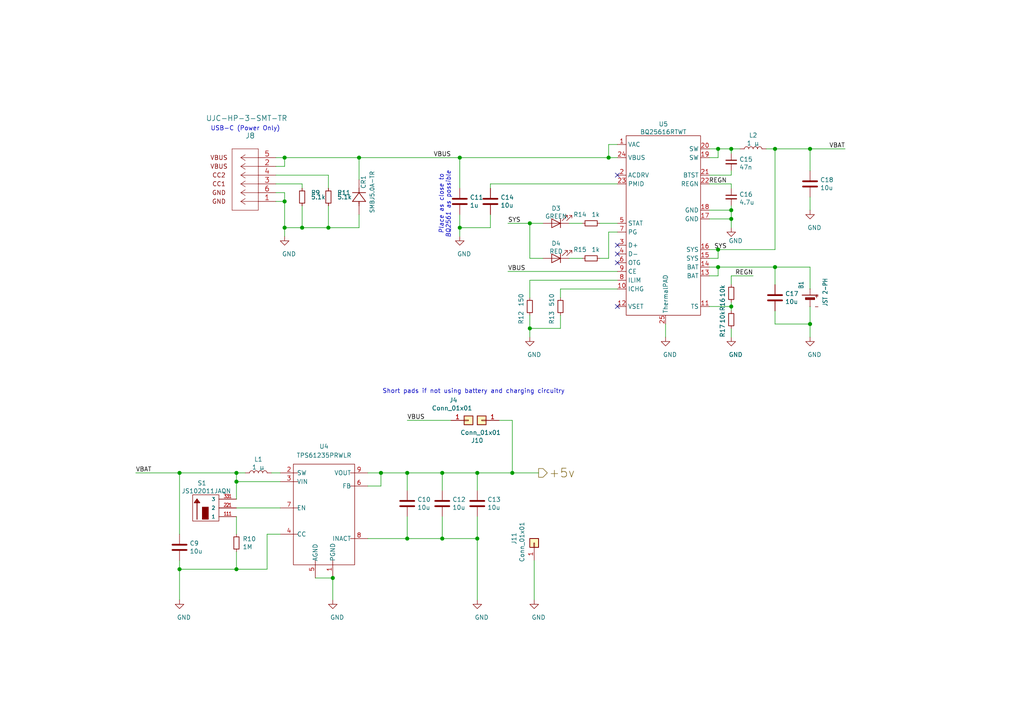
<source format=kicad_sch>
(kicad_sch (version 20210406) (generator eeschema)
  (paper "A4")
  (title_block (title "Power Regulations"))
  (lib_symbols
    (symbol "2020-11-06_22-01-36:SMBJ5.0A-TR" (pin_numbers hide) (pin_names (offset -1.651) hide)
      (property "Reference" "CR" (at 5.08 4.445 0))
      (property "Value" "SMBJ5.0A-TR" (at 5.08 -7.62 0))
      (symbol "SMBJ5.0A-TR_1_1"
        (polyline (pts (xy 2.54 0) (xy 3.4798 0)) (stroke (width 0.2032)))
        (polyline (pts (xy 3.175 0) (xy 3.81 0)) (stroke (width 0.2032)))
        (polyline (pts (xy 3.81 -1.905) (xy 6.35 0)) (stroke (width 0.2032)))
        (polyline (pts (xy 3.81 1.905) (xy 3.81 -1.905)) (stroke (width 0.2032)))
        (polyline (pts (xy 6.35 -1.905) (xy 6.35 1.905)) (stroke (width 0.2032)))
        (polyline (pts (xy 6.35 0) (xy 3.81 1.905)) (stroke (width 0.2032)))
        (polyline (pts (xy 6.35 0) (xy 7.62 0)) (stroke (width 0.2032)))
        (pin unspecified line (at 10.16 0 180) (length 2.54) (name "1") (number "1"))
        (pin unspecified line (at 0 0 0) (length 2.54) (name "2") (number "2"))
      )
    )
    (symbol "Adafruit PowerBoost 1000C Rev B-eagle-import:BATTERY"
      (property "Reference" "B" (at -2.54 3.175 0))
      (property "Value" "BATTERY" (at -2.54 -5.08 0))
      (symbol "BATTERY_1_0"
        (text "+" (at 1.27 -1.143 900) (effects (font (size 1.27 1.0795)) (justify right top)))
        (text "-" (at -1.778 -1.143 900) (effects (font (size 1.27 1.0795)) (justify right top)))
        (polyline (pts (xy -2.54 0) (xy -0.635 0)) (stroke (width 0.1524)))
        (polyline (pts (xy -0.508 -1.27) (xy -0.508 1.27)) (stroke (width 0.254)))
        (polyline (pts (xy -0.508 1.27) (xy -0.254 1.27)) (stroke (width 0.254)))
        (polyline (pts (xy -0.254 -1.27) (xy -0.508 -1.27)) (stroke (width 0.254)))
        (polyline (pts (xy -0.254 1.27) (xy -0.254 -1.27)) (stroke (width 0.254)))
        (polyline (pts (xy -0.254 1.27) (xy 0 1.27)) (stroke (width 0.254)))
        (polyline (pts (xy 0 -1.27) (xy -0.254 -1.27)) (stroke (width 0.254)))
        (polyline (pts (xy 0 1.27) (xy 0 -1.27)) (stroke (width 0.254)))
        (polyline (pts (xy 0.762 2.286) (xy 0.762 -2.286)) (stroke (width 0.254)))
        (polyline (pts (xy 0.889 0) (xy 2.54 0)) (stroke (width 0.1524)))
        (pin passive line (at -2.54 0 0) (length 0) (name "-") (number "1"))
        (pin passive line (at 2.54 0 180) (length 0) (name "+") (number "2"))
      )
    )
    (symbol "BQ25616RTWT:BQ25616RTWT"
      (property "Reference" "U5" (at -0.635 27.5124 0))
      (property "Value" "BQ25616RTWT" (at -0.635 25.2137 0))
      (symbol "BQ25616RTWT_0_1"
        (rectangle (start -11.43 24.13) (end 10.16 -27.94) (stroke (width 0.1524)))
      )
      (symbol "BQ25616RTWT_1_1"
        (pin input line (at -13.97 21.59 0) (length 2.54) (name "VAC") (number "1"))
        (pin input line (at -13.97 -20.32 0) (length 2.54) (name "ICHG") (number "10"))
        (pin input line (at 12.7 -25.4 180) (length 2.54) (name "TS") (number "11"))
        (pin input line (at -13.97 -25.4 0) (length 2.54) (name "VSET") (number "12"))
        (pin input line (at 12.7 -16.51 180) (length 2.54) (name "BAT") (number "13"))
        (pin input line (at 12.7 -13.97 180) (length 2.54) (name "BAT") (number "14"))
        (pin input line (at 12.7 -11.43 180) (length 2.54) (name "SYS") (number "15"))
        (pin input line (at 12.7 -8.89 180) (length 2.54) (name "SYS") (number "16"))
        (pin input line (at 12.7 0 180) (length 2.54) (name "GND") (number "17"))
        (pin input line (at 12.7 2.54 180) (length 2.54) (name "GND") (number "18"))
        (pin input line (at 12.7 17.78 180) (length 2.54) (name "SW") (number "19"))
        (pin input line (at -13.97 12.7 0) (length 2.54) (name "ACDRV") (number "2"))
        (pin input line (at 12.7 20.32 180) (length 2.54) (name "SW") (number "20"))
        (pin input line (at 12.7 12.7 180) (length 2.54) (name "BTST") (number "21"))
        (pin input line (at 12.7 10.16 180) (length 2.54) (name "REGN") (number "22"))
        (pin input line (at -13.97 10.16 0) (length 2.54) (name "PMID") (number "23"))
        (pin input line (at -13.97 17.78 0) (length 2.54) (name "VBUS") (number "24"))
        (pin input line (at 0 -30.48 90) (length 2.54) (name "ThermalPAD") (number "25"))
        (pin input line (at -13.97 -7.62 0) (length 2.54) (name "D+") (number "3"))
        (pin input line (at -13.97 -10.16 0) (length 2.54) (name "D-") (number "4"))
        (pin input line (at -13.97 -1.27 0) (length 2.54) (name "STAT") (number "5"))
        (pin input line (at -13.97 -12.7 0) (length 2.54) (name "OTG") (number "6"))
        (pin input line (at -13.97 -3.81 0) (length 2.54) (name "PG") (number "7"))
        (pin input line (at -13.97 -17.78 0) (length 2.54) (name "ILIM") (number "8"))
        (pin input line (at -13.97 -15.24 0) (length 2.54) (name "CE") (number "9"))
      )
    )
    (symbol "Connector_Generic:Conn_01x01" (pin_names (offset 1.016) hide)
      (property "Reference" "J" (at 0 2.54 0))
      (property "Value" "Conn_01x01" (at 0 -2.54 0))
      (symbol "Conn_01x01_1_1"
        (rectangle (start -1.27 0.127) (end 0 -0.127) (stroke (width 0.1524)))
        (rectangle (start -1.27 1.27) (end 1.27 -1.27) (stroke (width 0.254)) (fill (type background)))
        (pin passive line (at -5.08 0 0) (length 3.81) (name "Pin_1") (number "1"))
      )
    )
    (symbol "Device:C" (pin_numbers hide) (pin_names (offset 0.254))
      (property "Reference" "C" (at 0.635 2.54 0))
      (property "Value" "C" (at 0.635 -2.54 0))
      (symbol "C_0_1"
        (polyline (pts (xy -2.032 -0.762) (xy 2.032 -0.762)) (stroke (width 0.508)))
        (polyline (pts (xy -2.032 0.762) (xy 2.032 0.762)) (stroke (width 0.508)))
      )
      (symbol "C_1_1"
        (pin passive line (at 0 3.81 270) (length 2.794) (name "~") (number "1"))
        (pin passive line (at 0 -3.81 90) (length 2.794) (name "~") (number "2"))
      )
    )
    (symbol "Device:C_Small" (pin_numbers hide) (pin_names (offset 0.254) hide)
      (property "Reference" "C" (at 0.254 1.778 0))
      (property "Value" "C_Small" (at 0.254 -2.032 0))
      (symbol "C_Small_0_1"
        (polyline (pts (xy -1.524 -0.508) (xy 1.524 -0.508)) (stroke (width 0.3302)))
        (polyline (pts (xy -1.524 0.508) (xy 1.524 0.508)) (stroke (width 0.3048)))
      )
      (symbol "C_Small_1_1"
        (pin passive line (at 0 2.54 270) (length 2.032) (name "~") (number "1"))
        (pin passive line (at 0 -2.54 90) (length 2.032) (name "~") (number "2"))
      )
    )
    (symbol "Device:L" (pin_numbers hide) (pin_names (offset 1.016) hide)
      (property "Reference" "L" (at -1.27 0 90))
      (property "Value" "L" (at 1.905 0 90))
      (symbol "L_0_1"
        (arc (start 0 -2.54) (end 0 -1.27) (radius (at 0 -1.905) (length 0.635) (angles -89.9 89.9)))
        (arc (start 0 -1.27) (end 0 0) (radius (at 0 -0.635) (length 0.635) (angles -89.9 89.9)))
        (arc (start 0 0) (end 0 1.27) (radius (at 0 0.635) (length 0.635) (angles -89.9 89.9)))
        (arc (start 0 1.27) (end 0 2.54) (radius (at 0 1.905) (length 0.635) (angles -89.9 89.9)))
      )
      (symbol "L_1_1"
        (pin passive line (at 0 3.81 270) (length 1.27) (name "1") (number "1"))
        (pin passive line (at 0 -3.81 90) (length 1.27) (name "2") (number "2"))
      )
    )
    (symbol "Device:LED" (pin_numbers hide) (pin_names (offset 1.016) hide)
      (property "Reference" "D" (at 0 2.54 0))
      (property "Value" "LED" (at 0 -2.54 0))
      (symbol "LED_0_1"
        (polyline (pts (xy -1.27 -1.27) (xy -1.27 1.27)) (stroke (width 0.2032)))
        (polyline (pts (xy -1.27 0) (xy 1.27 0)))
        (polyline (pts (xy 1.27 -1.27) (xy 1.27 1.27) (xy -1.27 0) (xy 1.27 -1.27)) (stroke (width 0.2032)))
        (polyline (pts (xy -3.048 -0.762) (xy -4.572 -2.286) (xy -3.81 -2.286) (xy -4.572 -2.286) (xy -4.572 -1.524)))
        (polyline (pts (xy -1.778 -0.762) (xy -3.302 -2.286) (xy -2.54 -2.286) (xy -3.302 -2.286) (xy -3.302 -1.524)))
      )
      (symbol "LED_1_1"
        (pin passive line (at -3.81 0 0) (length 2.54) (name "K") (number "1"))
        (pin passive line (at 3.81 0 180) (length 2.54) (name "A") (number "2"))
      )
    )
    (symbol "Device:R_Small" (pin_numbers hide) (pin_names (offset 0.254) hide)
      (property "Reference" "R" (at 0.762 0.508 0))
      (property "Value" "R_Small" (at 0.762 -1.016 0))
      (symbol "R_Small_0_1"
        (rectangle (start -0.762 1.778) (end 0.762 -1.778) (stroke (width 0.2032)))
      )
      (symbol "R_Small_1_1"
        (pin passive line (at 0 2.54 270) (length 0.762) (name "~") (number "1"))
        (pin passive line (at 0 -2.54 90) (length 0.762) (name "~") (number "2"))
      )
    )
    (symbol "JS102011JAQN:JS102011JAQN" (pin_names (offset 1.016))
      (property "Reference" "S?" (at -1.27 -6.35 0))
      (property "Value" "JS102011JAQN" (at -6.35 -8.89 0))
      (symbol "JS102011JAQN_0_0"
        (rectangle (start -5.08 3.81) (end 2.54 -3.81) (stroke (width 0.1524)))
        (rectangle (start -2.032 -0.254) (end -0.254 3.302) (fill (type outline)))
        (polyline (pts (xy 0.508 -1.524) (xy 2.032 -1.524)) (stroke (width 0.254)))
        (polyline (pts (xy 1.016 -1.778) (xy 1.524 -1.778)) (stroke (width 0.254)))
        (polyline (pts (xy 1.27 -2.54) (xy 0.508 -1.524)) (stroke (width 0.254)))
        (polyline (pts (xy 1.27 -2.54) (xy 1.27 -2.032)) (stroke (width 0.254)))
        (polyline (pts (xy 1.27 -2.032) (xy 1.016 -1.778)) (stroke (width 0.254)))
        (polyline (pts (xy 1.27 3.302) (xy 1.27 -2.032)) (stroke (width 0.254)))
        (polyline (pts (xy 2.032 -1.524) (xy 1.27 -2.54)) (stroke (width 0.254)))
        (polyline (pts (xy 0.508 -1.524) (xy 2.032 -1.524) (xy 1.27 -2.54)) (stroke (width 0.254)) (fill (type background)))
        (pin passive line (at -10.16 2.54 0) (length 5.08) (name "1") (number "1"))
        (pin passive line (at -10.16 2.54 0) (length 5.08) (name "1") (number "1.1"))
        (pin passive line (at -10.16 0 0) (length 5.08) (name "2") (number "2"))
        (pin passive line (at -10.16 0 0) (length 5.08) (name "2") (number "2.1"))
        (pin passive line (at -10.16 -2.54 0) (length 5.08) (name "3") (number "3"))
        (pin passive line (at -10.16 -2.54 0) (length 5.08) (name "3") (number "3.1"))
      )
    )
    (symbol "power:GND" (power) (pin_names (offset 0))
      (property "Value" "GND" (at 0 -3.81 0))
      (symbol "GND_0_1"
        (polyline (pts (xy 0 0) (xy 0 -1.27) (xy 1.27 -1.27) (xy 0 -2.54) (xy -1.27 -1.27) (xy 0 -1.27)))
      )
      (symbol "GND_1_1"
        (pin power_in line (at 0 0 270) (length 0) hide (name "GND") (number "1"))
      )
    )
    (symbol "ul_TPS61235PRWLR:TPS61235PRWLR" (pin_names (offset -0.254))
      (property "Reference" "U?" (at 0 19.1057 0))
      (property "Value" "TPS61235PRWLR" (at 0 16.51 0))
      (symbol "TPS61235PRWLR_0_1"
        (rectangle (start -8.89 -15.24) (end 8.89 13.97) (stroke (width 0.1524)))
      )
      (symbol "TPS61235PRWLR_1_1"
        (pin power_in line (at 2.54 -19.05 90) (length 5.08) (name "PGND") (number "1"))
        (pin power_in line (at -12.7 11.43 0) (length 5.08) (name "SW") (number "2"))
        (pin power_in line (at -12.7 8.89 0) (length 5.08) (name "VIN") (number "3"))
        (pin unspecified line (at -12.7 -6.35 0) (length 5.08) (name "CC") (number "4"))
        (pin power_in line (at -2.54 -19.05 90) (length 5.08) (name "AGND") (number "5"))
        (pin unspecified line (at 12.7 7.62 180) (length 5.08) (name "FB") (number "6"))
        (pin input line (at -12.7 1.27 0) (length 5.08) (name "EN") (number "7"))
        (pin unspecified line (at 12.7 -7.62 180) (length 5.08) (name "INACT") (number "8"))
        (pin power_in line (at 12.7 11.43 180) (length 5.08) (name "VOUT") (number "9"))
      )
    )
    (symbol "ul_UJCHP3SMTTR:UJC-HP-3-SMT-TR" (pin_names (offset 0.254) hide)
      (property "Reference" "J?" (at -1.27 11.43 0))
      (property "Value" "UJC-HP-3-SMT-TR" (at -12.7 16.51 0))
      (symbol "UJC-HP-3-SMT-TR_0_0"
        (text "CC1" (at -8.89 -2.54 0) (effects (font (size 1.27 1.27))))
        (text "CC2" (at -8.89 0 0) (effects (font (size 1.27 1.27))))
        (text "GND" (at -8.89 -7.62 0) (effects (font (size 1.27 1.27))))
        (text "GND" (at -8.89 -5.08 0) (effects (font (size 1.27 1.27))))
        (text "VBUS" (at -8.89 2.54 0) (effects (font (size 1.27 1.27))))
        (text "VBUS" (at -8.89 5.08 0) (effects (font (size 1.27 1.27))))
      )
      (symbol "UJC-HP-3-SMT-TR_1_1"
        (polyline (pts (xy -5.08 -10.16) (xy 2.54 -10.16)) (stroke (width 0.127)))
        (polyline (pts (xy -5.08 7.62) (xy -5.08 -10.16)) (stroke (width 0.127)))
        (polyline (pts (xy -2.54 -7.62) (xy -1.27 -8.4582)) (stroke (width 0.127)))
        (polyline (pts (xy -2.54 -7.62) (xy -1.27 -6.7818)) (stroke (width 0.127)))
        (polyline (pts (xy -2.54 -7.62) (xy 2.54 -7.62)) (stroke (width 0.127)))
        (polyline (pts (xy -2.54 -5.08) (xy -1.27 -5.9182)) (stroke (width 0.127)))
        (polyline (pts (xy -2.54 -5.08) (xy -1.27 -4.2418)) (stroke (width 0.127)))
        (polyline (pts (xy -2.54 -5.08) (xy 2.54 -5.08)) (stroke (width 0.127)))
        (polyline (pts (xy -2.54 -2.54) (xy -1.27 -3.3782)) (stroke (width 0.127)))
        (polyline (pts (xy -2.54 -2.54) (xy -1.27 -1.7018)) (stroke (width 0.127)))
        (polyline (pts (xy -2.54 -2.54) (xy 2.54 -2.54)) (stroke (width 0.127)))
        (polyline (pts (xy -2.54 0) (xy -1.27 -0.8382)) (stroke (width 0.127)))
        (polyline (pts (xy -2.54 0) (xy -1.27 0.8382)) (stroke (width 0.127)))
        (polyline (pts (xy -2.54 0) (xy 2.54 0)) (stroke (width 0.127)))
        (polyline (pts (xy -2.54 2.54) (xy -1.27 1.7018)) (stroke (width 0.127)))
        (polyline (pts (xy -2.54 2.54) (xy -1.27 3.3782)) (stroke (width 0.127)))
        (polyline (pts (xy -2.54 2.54) (xy 2.54 2.54)) (stroke (width 0.127)))
        (polyline (pts (xy -2.54 5.08) (xy -1.27 4.2418)) (stroke (width 0.127)))
        (polyline (pts (xy -2.54 5.08) (xy -1.27 5.9182)) (stroke (width 0.127)))
        (polyline (pts (xy -2.54 5.08) (xy 2.54 5.08)) (stroke (width 0.127)))
        (polyline (pts (xy 2.54 -10.16) (xy 2.54 7.62)) (stroke (width 0.127)))
        (polyline (pts (xy 2.54 7.62) (xy -5.08 7.62)) (stroke (width 0.127)))
        (pin unspecified line (at 7.62 -7.62 180) (length 5.08) (name "1") (number "1"))
        (pin unspecified line (at 7.62 2.54 180) (length 5.08) (name "2") (number "2"))
        (pin unspecified line (at 7.62 -2.54 180) (length 5.08) (name "3") (number "3"))
        (pin unspecified line (at 7.62 0 180) (length 5.08) (name "4") (number "4"))
        (pin unspecified line (at 7.62 5.08 180) (length 5.08) (name "5") (number "5"))
        (pin unspecified line (at 7.62 -5.08 180) (length 5.08) (name "6") (number "6"))
      )
    )
  )
  (junction (at 52.07 137.16) (diameter 1.016))
  (junction (at 52.07 165.1) (diameter 1.016))
  (junction (at 68.58 137.16) (diameter 1.016))
  (junction (at 68.58 139.7) (diameter 1.016))
  (junction (at 68.58 165.1) (diameter 1.016))
  (junction (at 82.55 45.72) (diameter 1.016))
  (junction (at 82.55 58.42) (diameter 1.016))
  (junction (at 82.55 66.04) (diameter 1.016))
  (junction (at 87.63 66.04) (diameter 1.016))
  (junction (at 95.25 66.04) (diameter 1.016))
  (junction (at 96.52 167.64) (diameter 1.016))
  (junction (at 104.14 45.72) (diameter 1.016))
  (junction (at 110.49 137.16) (diameter 1.016))
  (junction (at 118.11 137.16) (diameter 1.016))
  (junction (at 118.11 156.21) (diameter 1.016))
  (junction (at 128.27 137.16) (diameter 1.016))
  (junction (at 128.27 156.21) (diameter 1.016))
  (junction (at 133.35 45.72) (diameter 1.016))
  (junction (at 133.35 66.04) (diameter 1.016))
  (junction (at 138.43 137.16) (diameter 1.016))
  (junction (at 138.43 156.21) (diameter 1.016))
  (junction (at 148.59 137.16) (diameter 1.016))
  (junction (at 153.67 64.77) (diameter 1.016))
  (junction (at 153.67 95.25) (diameter 1.016))
  (junction (at 176.53 45.72) (diameter 1.016))
  (junction (at 208.28 43.18) (diameter 1.016))
  (junction (at 208.28 72.39) (diameter 1.016))
  (junction (at 208.28 77.47) (diameter 1.016))
  (junction (at 212.09 43.18) (diameter 1.016))
  (junction (at 212.09 60.96) (diameter 1.016))
  (junction (at 212.09 63.5) (diameter 1.016))
  (junction (at 212.09 88.9) (diameter 1.016))
  (junction (at 224.79 43.18) (diameter 1.016))
  (junction (at 224.79 77.47) (diameter 1.016))
  (junction (at 234.95 43.18) (diameter 1.016))
  (junction (at 234.95 93.98) (diameter 1.016))
  (no_connect (at 179.07 50.8))
  (no_connect (at 179.07 71.12))
  (no_connect (at 179.07 73.66))
  (no_connect (at 179.07 76.2))
  (no_connect (at 179.07 88.9))
  (wire (pts (xy 39.37 137.16) (xy 52.07 137.16)))
  (wire (pts (xy 52.07 137.16) (xy 52.07 154.94)))
  (wire (pts (xy 52.07 137.16) (xy 68.58 137.16)))
  (wire (pts (xy 52.07 162.56) (xy 52.07 165.1)))
  (wire (pts (xy 52.07 165.1) (xy 52.07 173.99)))
  (wire (pts (xy 52.07 165.1) (xy 68.58 165.1)))
  (wire (pts (xy 68.58 137.16) (xy 71.12 137.16)))
  (wire (pts (xy 68.58 139.7) (xy 68.58 137.16)))
  (wire (pts (xy 68.58 139.7) (xy 68.58 144.78)))
  (wire (pts (xy 68.58 147.32) (xy 81.28 147.32)))
  (wire (pts (xy 68.58 149.86) (xy 68.58 154.94)))
  (wire (pts (xy 68.58 160.02) (xy 68.58 165.1)))
  (wire (pts (xy 77.47 154.94) (xy 77.47 165.1)))
  (wire (pts (xy 77.47 165.1) (xy 68.58 165.1)))
  (wire (pts (xy 78.74 137.16) (xy 81.28 137.16)))
  (wire (pts (xy 80.01 45.72) (xy 82.55 45.72)))
  (wire (pts (xy 80.01 48.26) (xy 82.55 48.26)))
  (wire (pts (xy 80.01 50.8) (xy 95.25 50.8)))
  (wire (pts (xy 80.01 53.34) (xy 87.63 53.34)))
  (wire (pts (xy 80.01 55.88) (xy 82.55 55.88)))
  (wire (pts (xy 80.01 58.42) (xy 82.55 58.42)))
  (wire (pts (xy 81.28 139.7) (xy 68.58 139.7)))
  (wire (pts (xy 81.28 154.94) (xy 77.47 154.94)))
  (wire (pts (xy 82.55 45.72) (xy 104.14 45.72)))
  (wire (pts (xy 82.55 48.26) (xy 82.55 45.72)))
  (wire (pts (xy 82.55 55.88) (xy 82.55 58.42)))
  (wire (pts (xy 82.55 58.42) (xy 82.55 66.04)))
  (wire (pts (xy 82.55 66.04) (xy 82.55 68.58)))
  (wire (pts (xy 82.55 66.04) (xy 87.63 66.04)))
  (wire (pts (xy 87.63 54.61) (xy 87.63 53.34)))
  (wire (pts (xy 87.63 59.69) (xy 87.63 66.04)))
  (wire (pts (xy 87.63 66.04) (xy 95.25 66.04)))
  (wire (pts (xy 91.44 167.64) (xy 96.52 167.64)))
  (wire (pts (xy 95.25 50.8) (xy 95.25 54.61)))
  (wire (pts (xy 95.25 59.69) (xy 95.25 66.04)))
  (wire (pts (xy 95.25 66.04) (xy 104.14 66.04)))
  (wire (pts (xy 96.52 167.64) (xy 96.52 173.99)))
  (wire (pts (xy 104.14 45.72) (xy 104.14 52.07)))
  (wire (pts (xy 104.14 45.72) (xy 133.35 45.72)))
  (wire (pts (xy 104.14 62.23) (xy 104.14 66.04)))
  (wire (pts (xy 106.68 137.16) (xy 110.49 137.16)))
  (wire (pts (xy 106.68 140.97) (xy 110.49 140.97)))
  (wire (pts (xy 106.68 156.21) (xy 118.11 156.21)))
  (wire (pts (xy 110.49 137.16) (xy 118.11 137.16)))
  (wire (pts (xy 110.49 140.97) (xy 110.49 137.16)))
  (wire (pts (xy 118.11 121.92) (xy 130.81 121.92)))
  (wire (pts (xy 118.11 137.16) (xy 118.11 142.24)))
  (wire (pts (xy 118.11 137.16) (xy 128.27 137.16)))
  (wire (pts (xy 118.11 149.86) (xy 118.11 156.21)))
  (wire (pts (xy 118.11 156.21) (xy 128.27 156.21)))
  (wire (pts (xy 128.27 137.16) (xy 128.27 142.24)))
  (wire (pts (xy 128.27 137.16) (xy 138.43 137.16)))
  (wire (pts (xy 128.27 149.86) (xy 128.27 156.21)))
  (wire (pts (xy 128.27 156.21) (xy 138.43 156.21)))
  (wire (pts (xy 133.35 45.72) (xy 133.35 54.61)))
  (wire (pts (xy 133.35 45.72) (xy 176.53 45.72)))
  (wire (pts (xy 133.35 62.23) (xy 133.35 66.04)))
  (wire (pts (xy 133.35 66.04) (xy 133.35 68.58)))
  (wire (pts (xy 138.43 137.16) (xy 138.43 142.24)))
  (wire (pts (xy 138.43 137.16) (xy 148.59 137.16)))
  (wire (pts (xy 138.43 149.86) (xy 138.43 156.21)))
  (wire (pts (xy 138.43 156.21) (xy 138.43 173.99)))
  (wire (pts (xy 142.24 53.34) (xy 142.24 54.61)))
  (wire (pts (xy 142.24 53.34) (xy 179.07 53.34)))
  (wire (pts (xy 142.24 62.23) (xy 142.24 66.04)))
  (wire (pts (xy 142.24 66.04) (xy 133.35 66.04)))
  (wire (pts (xy 144.78 121.92) (xy 148.59 121.92)))
  (wire (pts (xy 147.32 64.77) (xy 153.67 64.77)))
  (wire (pts (xy 147.32 78.74) (xy 179.07 78.74)))
  (wire (pts (xy 148.59 121.92) (xy 148.59 137.16)))
  (wire (pts (xy 148.59 137.16) (xy 156.21 137.16)))
  (wire (pts (xy 153.67 64.77) (xy 153.67 74.93)))
  (wire (pts (xy 153.67 64.77) (xy 157.48 64.77)))
  (wire (pts (xy 153.67 74.93) (xy 157.48 74.93)))
  (wire (pts (xy 153.67 81.28) (xy 153.67 86.36)))
  (wire (pts (xy 153.67 81.28) (xy 179.07 81.28)))
  (wire (pts (xy 153.67 91.44) (xy 153.67 95.25)))
  (wire (pts (xy 153.67 95.25) (xy 153.67 97.79)))
  (wire (pts (xy 154.94 162.56) (xy 154.94 173.99)))
  (wire (pts (xy 162.56 83.82) (xy 162.56 86.36)))
  (wire (pts (xy 162.56 83.82) (xy 179.07 83.82)))
  (wire (pts (xy 162.56 91.44) (xy 162.56 95.25)))
  (wire (pts (xy 162.56 95.25) (xy 153.67 95.25)))
  (wire (pts (xy 165.1 64.77) (xy 168.91 64.77)))
  (wire (pts (xy 165.1 74.93) (xy 168.91 74.93)))
  (wire (pts (xy 173.99 64.77) (xy 179.07 64.77)))
  (wire (pts (xy 173.99 74.93) (xy 176.53 74.93)))
  (wire (pts (xy 176.53 41.91) (xy 176.53 45.72)))
  (wire (pts (xy 176.53 45.72) (xy 179.07 45.72)))
  (wire (pts (xy 176.53 67.31) (xy 176.53 74.93)))
  (wire (pts (xy 179.07 41.91) (xy 176.53 41.91)))
  (wire (pts (xy 179.07 67.31) (xy 176.53 67.31)))
  (wire (pts (xy 193.04 93.98) (xy 193.04 97.79)))
  (wire (pts (xy 205.74 43.18) (xy 208.28 43.18)))
  (wire (pts (xy 205.74 45.72) (xy 208.28 45.72)))
  (wire (pts (xy 205.74 53.34) (xy 212.09 53.34)))
  (wire (pts (xy 205.74 60.96) (xy 212.09 60.96)))
  (wire (pts (xy 205.74 63.5) (xy 212.09 63.5)))
  (wire (pts (xy 205.74 72.39) (xy 208.28 72.39)))
  (wire (pts (xy 205.74 74.93) (xy 208.28 74.93)))
  (wire (pts (xy 205.74 77.47) (xy 208.28 77.47)))
  (wire (pts (xy 205.74 80.01) (xy 208.28 80.01)))
  (wire (pts (xy 205.74 88.9) (xy 212.09 88.9)))
  (wire (pts (xy 208.28 43.18) (xy 212.09 43.18)))
  (wire (pts (xy 208.28 45.72) (xy 208.28 43.18)))
  (wire (pts (xy 208.28 72.39) (xy 224.79 72.39)))
  (wire (pts (xy 208.28 74.93) (xy 208.28 72.39)))
  (wire (pts (xy 208.28 77.47) (xy 208.28 80.01)))
  (wire (pts (xy 208.28 77.47) (xy 224.79 77.47)))
  (wire (pts (xy 212.09 43.18) (xy 212.09 44.45)))
  (wire (pts (xy 212.09 43.18) (xy 214.63 43.18)))
  (wire (pts (xy 212.09 49.53) (xy 212.09 50.8)))
  (wire (pts (xy 212.09 50.8) (xy 205.74 50.8)))
  (wire (pts (xy 212.09 53.34) (xy 212.09 54.61)))
  (wire (pts (xy 212.09 60.96) (xy 212.09 59.69)))
  (wire (pts (xy 212.09 63.5) (xy 212.09 60.96)))
  (wire (pts (xy 212.09 63.5) (xy 212.09 66.04)))
  (wire (pts (xy 212.09 80.01) (xy 212.09 82.55)))
  (wire (pts (xy 212.09 88.9) (xy 212.09 87.63)))
  (wire (pts (xy 212.09 88.9) (xy 212.09 90.17)))
  (wire (pts (xy 212.09 95.25) (xy 212.09 97.79)))
  (wire (pts (xy 218.44 80.01) (xy 212.09 80.01)))
  (wire (pts (xy 222.25 43.18) (xy 224.79 43.18)))
  (wire (pts (xy 224.79 43.18) (xy 224.79 72.39)))
  (wire (pts (xy 224.79 43.18) (xy 234.95 43.18)))
  (wire (pts (xy 224.79 77.47) (xy 224.79 82.55)))
  (wire (pts (xy 224.79 77.47) (xy 234.95 77.47)))
  (wire (pts (xy 224.79 90.17) (xy 224.79 93.98)))
  (wire (pts (xy 224.79 93.98) (xy 234.95 93.98)))
  (wire (pts (xy 234.95 43.18) (xy 234.95 49.53)))
  (wire (pts (xy 234.95 43.18) (xy 245.11 43.18)))
  (wire (pts (xy 234.95 57.15) (xy 234.95 60.96)))
  (wire (pts (xy 234.95 77.47) (xy 234.95 83.82)))
  (wire (pts (xy 234.95 88.9) (xy 234.95 93.98)))
  (wire (pts (xy 234.95 93.98) (xy 234.95 97.79)))
  (text "USB-C (Power Only)" (at 81.28 38.1 180) (effects (font (size 1.27 1.27)) (justify right bottom)))
  (text "Place as close to \nBQ2561 as possible" (at 130.81 49.53 270) (effects (font (size 1.27 1.27) italic) (justify right bottom)))
  (text "Short pads if not using battery and charging circuitry\n" (at 163.83 114.3 0) (effects (font (size 1.27 1.27)) (justify right bottom)))
  (label "VBAT" (at 39.37 137.16 0))
  (label "VBUS" (at 118.11 121.92 0))
  (label "VBUS" (at 125.73 45.72 0))
  (label "SYS" (at 147.32 64.77 0))
  (label "VBUS" (at 147.32 78.74 0))
  (label "REGN" (at 210.82 53.34 180))
  (label "SYS" (at 210.82 72.39 180))
  (label "REGN" (at 218.44 80.01 180))
  (label "VBAT" (at 245.11 43.18 180))
  (hierarchical_label "+5v" (shape output) (at 156.21 137.16 0) (effects (font (size 2.54 2.54))))
  (symbol (lib_id "power:GND") (at 52.07 173.99 0) (unit 1)
    (property "Reference" "#PWR0116" (effects hide))
    (property "Value" "GND" (at 53.34 179.07 0))
  )
  (symbol (lib_id "power:GND") (at 82.55 68.58 0) (unit 1)
    (property "Reference" "#PWR0114" (effects hide))
    (property "Value" "GND" (at 83.82 73.66 0))
  )
  (symbol (lib_id "power:GND") (at 96.52 173.99 0) (unit 1)
    (property "Reference" "#PWR0120" (effects hide))
    (property "Value" "GND" (at 97.79 179.07 0))
  )
  (symbol (lib_id "power:GND") (at 133.35 68.58 0) (unit 1)
    (property "Reference" "#PWR05" (effects hide))
    (property "Value" "GND" (at 134.62 73.66 0))
  )
  (symbol (lib_id "power:GND") (at 138.43 173.99 0) (unit 1)
    (property "Reference" "#PWR0119" (effects hide))
    (property "Value" "GND" (at 139.7 179.07 0))
  )
  (symbol (lib_id "power:GND") (at 153.67 97.79 0) (unit 1)
    (property "Reference" "#PWR06" (effects hide))
    (property "Value" "GND" (at 154.94 102.87 0))
  )
  (symbol (lib_id "power:GND") (at 154.94 173.99 0) (unit 1)
    (property "Reference" "#PWR011" (effects hide))
    (property "Value" "GND" (at 156.21 179.07 0))
  )
  (symbol (lib_id "power:GND") (at 193.04 97.79 0) (unit 1)
    (property "Reference" "#PWR0102" (effects hide))
    (property "Value" "GND" (at 194.31 102.87 0))
  )
  (symbol (lib_id "power:GND") (at 212.09 66.04 0) (unit 1)
    (property "Reference" "#PWR07" (effects hide))
    (property "Value" "GND" (at 213.36 69.85 0))
  )
  (symbol (lib_id "power:GND") (at 212.09 97.79 0) (unit 1)
    (property "Reference" "#PWR08" (effects hide))
    (property "Value" "GND" (at 213.36 102.87 0))
  )
  (symbol (lib_id "power:GND") (at 234.95 60.96 0) (unit 1)
    (property "Reference" "#PWR010" (effects hide))
    (property "Value" "GND" (at 236.22 66.04 0))
  )
  (symbol (lib_id "power:GND") (at 234.95 97.79 0) (unit 1)
    (property "Reference" "#PWR09" (effects hide))
    (property "Value" "GND" (at 236.22 102.87 0))
  )
  (symbol (lib_id "Device:L") (at 74.93 137.16 90) (unit 1)
    (property "Reference" "L1" (at 74.93 133.2188 90))
    (property "Value" "1 μ" (at 74.93 135.5175 90))
    (property "Footprint" "ul_SPM5020T1R0M:SPM5020T-1R0M" (effects hide))
  )
  (symbol (lib_id "Device:L") (at 218.44 43.18 90) (unit 1)
    (property "Reference" "L2" (at 218.44 39.2388 90))
    (property "Value" "1 μ" (at 218.44 41.5375 90))
    (property "Footprint" "ul_SPM5020T1R0M:SPM5020T-1R0M" (effects hide))
  )
  (symbol (lib_id "Device:R_Small") (at 68.58 157.48 0) (unit 1)
    (property "Reference" "R10" (at 70.358 156.3116 0) (effects (justify left)))
    (property "Value" "1M" (at 70.358 158.623 0) (effects (justify left)))
    (property "Footprint" "Resistor_SMD:R_0402_1005Metric" (effects hide))
    (property "Manufacturer" "Yageo" (effects hide))
    (property "MPN" "RC0603FR-071KL" (effects hide))
    (property "Digi-Key_PN" "311-1.00KHRCT-ND" (effects hide))
  )
  (symbol (lib_id "Device:R_Small") (at 87.63 57.15 0) (unit 1)
    (property "Reference" "R9" (at 90.17 55.88 0) (effects (justify left)))
    (property "Value" "5.1k" (at 90.17 57.15 0) (effects (justify left)))
    (property "Footprint" "Resistor_SMD:R_0402_1005Metric" (effects hide))
    (property "Manufacturer" "Yageo" (effects hide))
    (property "MPN" "RC0603FR-075K1L" (effects hide))
    (property "Digi-Key_PN" "311-5.10KHRCT-ND" (effects hide))
  )
  (symbol (lib_id "Device:R_Small") (at 95.25 57.15 0) (unit 1)
    (property "Reference" "R11" (at 97.79 55.88 0) (effects (justify left)))
    (property "Value" "5.1k" (at 97.79 57.15 0) (effects (justify left)))
    (property "Footprint" "Resistor_SMD:R_0402_1005Metric" (effects hide))
    (property "Manufacturer" "Yageo" (effects hide))
    (property "MPN" "RC0603FR-075K1L" (effects hide))
    (property "Digi-Key_PN" "311-5.10KHRCT-ND" (effects hide))
  )
  (symbol (lib_id "Device:R_Small") (at 153.67 88.9 180) (unit 1)
    (property "Reference" "R12" (at 151.13 90.17 90) (effects (justify left)))
    (property "Value" "150" (at 151.13 85.09 90) (effects (justify left)))
    (property "Footprint" "Resistor_SMD:R_0603_1608Metric" (effects hide))
    (property "Manufacturer" "Yageo" (effects hide))
    (property "MPN" "RC0603FR-075K1L" (effects hide))
    (property "Digi-Key_PN" "311-5.10KHRCT-ND" (effects hide))
  )
  (symbol (lib_id "Device:R_Small") (at 162.56 88.9 180) (unit 1)
    (property "Reference" "R13" (at 160.02 90.17 90) (effects (justify left)))
    (property "Value" "510" (at 160.02 85.09 90) (effects (justify left)))
    (property "Footprint" "Resistor_SMD:R_0603_1608Metric" (effects hide))
    (property "Manufacturer" "Yageo" (effects hide))
    (property "MPN" "RC0603FR-075K1L" (effects hide))
    (property "Digi-Key_PN" "311-5.10KHRCT-ND" (effects hide))
  )
  (symbol (lib_id "Device:R_Small") (at 171.45 64.77 90) (unit 1)
    (property "Reference" "R14" (at 170.18 62.23 90) (effects (justify left)))
    (property "Value" "1k" (at 173.99 62.23 90) (effects (justify left)))
    (property "Footprint" "Resistor_SMD:R_0603_1608Metric" (effects hide))
    (property "Manufacturer" "Yageo" (effects hide))
    (property "MPN" "RC0603FR-075K1L" (effects hide))
    (property "Digi-Key_PN" "311-5.10KHRCT-ND" (effects hide))
  )
  (symbol (lib_id "Device:R_Small") (at 171.45 74.93 90) (unit 1)
    (property "Reference" "R15" (at 170.18 72.39 90) (effects (justify left)))
    (property "Value" "1k" (at 173.99 72.39 90) (effects (justify left)))
    (property "Footprint" "Resistor_SMD:R_0603_1608Metric" (effects hide))
    (property "Manufacturer" "Yageo" (effects hide))
    (property "MPN" "RC0603FR-075K1L" (effects hide))
    (property "Digi-Key_PN" "311-5.10KHRCT-ND" (effects hide))
  )
  (symbol (lib_id "Device:R_Small") (at 212.09 85.09 180) (unit 1)
    (property "Reference" "R16" (at 209.55 86.36 90) (effects (justify left)))
    (property "Value" "10k" (at 209.55 82.55 90) (effects (justify left)))
    (property "Footprint" "Resistor_SMD:R_0402_1005Metric" (effects hide))
    (property "Manufacturer" "Yageo" (effects hide))
    (property "MPN" "RC0603FR-075K1L" (effects hide))
    (property "Digi-Key_PN" "311-5.10KHRCT-ND" (effects hide))
  )
  (symbol (lib_id "Device:R_Small") (at 212.09 92.71 180) (unit 1)
    (property "Reference" "R17" (at 209.55 93.98 90) (effects (justify left)))
    (property "Value" "10k" (at 209.55 90.17 90) (effects (justify left)))
    (property "Footprint" "Resistor_SMD:R_0402_1005Metric" (effects hide))
    (property "Manufacturer" "Yageo" (effects hide))
    (property "MPN" "RC0603FR-075K1L" (effects hide))
    (property "Digi-Key_PN" "311-5.10KHRCT-ND" (effects hide))
  )
  (symbol (lib_id "Connector_Generic:Conn_01x01") (at 135.89 121.92 0) (unit 1)
    (property "Reference" "J4" (at 130.3021 116.0791 0) (effects (justify left)))
    (property "Value" "Conn_01x01" (at 125.2221 118.3778 0) (effects (justify left)))
    (property "Footprint" "TestPoint:TestPoint_Pad_1.5x1.5mm" (effects hide))
  )
  (symbol (lib_id "Connector_Generic:Conn_01x01") (at 139.7 121.92 180) (unit 1)
    (property "Reference" "J10" (at 140.2079 127.7609 0) (effects (justify left)))
    (property "Value" "Conn_01x01" (at 145.2879 125.4622 0) (effects (justify left)))
    (property "Footprint" "TestPoint:TestPoint_Pad_1.5x1.5mm" (effects hide))
  )
  (symbol (lib_id "Connector_Generic:Conn_01x01") (at 154.94 157.48 90) (unit 1)
    (property "Reference" "J11" (at 149.0991 157.9879 0) (effects (justify left)))
    (property "Value" "Conn_01x01" (at 151.3978 163.0679 0) (effects (justify left)))
    (property "Footprint" "TestPoint:TestPoint_Pad_1.5x1.5mm" (effects hide))
  )
  (symbol (lib_id "Device:C_Small") (at 212.09 46.99 0) (unit 1)
    (property "Reference" "C15" (at 214.4142 46.2291 0) (effects (justify left)))
    (property "Value" "47n" (at 214.4142 48.5278 0) (effects (justify left)))
    (property "Footprint" "Capacitor_SMD:C_0603_1608Metric" (effects hide))
  )
  (symbol (lib_id "Device:C_Small") (at 212.09 57.15 0) (unit 1)
    (property "Reference" "C16" (at 214.4142 56.3891 0) (effects (justify left)))
    (property "Value" "4.7u" (at 214.4142 58.6878 0) (effects (justify left)))
    (property "Footprint" "Capacitor_SMD:C_0603_1608Metric" (effects hide))
  )
  (symbol (lib_id "Adafruit PowerBoost 1000C Rev B-eagle-import:BATTERY") (at 234.95 86.36 90) (unit 1)
    (property "Reference" "B1" (at 233.045 83.82 0) (effects (font (size 1.27 1.0795)) (justify left bottom)))
    (property "Value" "JST 2-PH" (at 240.03 88.9 0) (effects (font (size 1.27 1.0795)) (justify left bottom)))
    (property "Footprint" "Connector_JST:JST_PH_S2B-PH-SM4-TB_1x02-1MP_P2.00mm_Horizontal" (effects hide))
  )
  (symbol (lib_id "Device:LED") (at 161.29 64.77 180) (unit 1)
    (property "Reference" "D3" (at 161.29 60.4478 0))
    (property "Value" "GREEN" (at 161.29 62.7465 0))
    (property "Footprint" "LED_SMD:LED_0603_1608Metric" (effects hide))
  )
  (symbol (lib_id "Device:LED") (at 161.29 74.93 180) (unit 1)
    (property "Reference" "D4" (at 161.29 70.6078 0))
    (property "Value" "RED" (at 161.29 72.9065 0))
    (property "Footprint" "LED_SMD:LED_0603_1608Metric" (effects hide))
  )
  (symbol (lib_id "Device:C") (at 52.07 158.75 0) (unit 1)
    (property "Reference" "C9" (at 54.991 157.5816 0) (effects (justify left)))
    (property "Value" "10u" (at 54.991 159.893 0) (effects (justify left)))
    (property "Footprint" "Capacitor_SMD:C_0805_2012Metric" (effects hide))
    (property "Datasheet" "https://search.murata.co.jp/Ceramy/image/img/A01X/G101/ENG/GRM21BR71A106KA73-01.pdf" (effects hide))
    (property "Field5" "490-14381-1-ND" (effects hide))
    (property "Field4" "Digikey" (effects hide))
    (property "Field6" "GRM21BR71A106KA73L" (effects hide))
    (property "Field7" "Murata" (effects hide))
    (property "Part Description" "	10uF 10% 10V Ceramic Capacitor X7R 0805 (2012 Metric)" (effects hide))
    (property "Field8" "111893011" (effects hide))
  )
  (symbol (lib_id "Device:C") (at 118.11 146.05 0) (unit 1)
    (property "Reference" "C10" (at 121.031 144.8816 0) (effects (justify left)))
    (property "Value" "10u" (at 121.031 147.193 0) (effects (justify left)))
    (property "Footprint" "Capacitor_SMD:C_0805_2012Metric" (effects hide))
    (property "Datasheet" "https://search.murata.co.jp/Ceramy/image/img/A01X/G101/ENG/GRM21BR71A106KA73-01.pdf" (effects hide))
    (property "Field5" "490-14381-1-ND" (effects hide))
    (property "Field4" "Digikey" (effects hide))
    (property "Field6" "GRM21BR71A106KA73L" (effects hide))
    (property "Field7" "Murata" (effects hide))
    (property "Part Description" "	10uF 10% 10V Ceramic Capacitor X7R 0805 (2012 Metric)" (effects hide))
    (property "Field8" "111893011" (effects hide))
  )
  (symbol (lib_id "Device:C") (at 128.27 146.05 0) (unit 1)
    (property "Reference" "C12" (at 131.191 144.8816 0) (effects (justify left)))
    (property "Value" "10u" (at 131.191 147.193 0) (effects (justify left)))
    (property "Footprint" "Capacitor_SMD:C_0805_2012Metric" (effects hide))
    (property "Datasheet" "https://search.murata.co.jp/Ceramy/image/img/A01X/G101/ENG/GRM21BR71A106KA73-01.pdf" (effects hide))
    (property "Field5" "490-14381-1-ND" (effects hide))
    (property "Field4" "Digikey" (effects hide))
    (property "Field6" "GRM21BR71A106KA73L" (effects hide))
    (property "Field7" "Murata" (effects hide))
    (property "Part Description" "	10uF 10% 10V Ceramic Capacitor X7R 0805 (2012 Metric)" (effects hide))
    (property "Field8" "111893011" (effects hide))
  )
  (symbol (lib_id "Device:C") (at 133.35 58.42 0) (unit 1)
    (property "Reference" "C11" (at 136.271 57.2516 0) (effects (justify left)))
    (property "Value" "1u" (at 136.271 59.563 0) (effects (justify left)))
    (property "Footprint" "Capacitor_SMD:C_0603_1608Metric" (effects hide))
    (property "Datasheet" "https://search.murata.co.jp/Ceramy/image/img/A01X/G101/ENG/GRM21BR71A106KA73-01.pdf" (effects hide))
    (property "Field5" "490-14381-1-ND" (effects hide))
    (property "Field4" "Digikey" (effects hide))
    (property "Field6" "GRM21BR71A106KA73L" (effects hide))
    (property "Field7" "Murata" (effects hide))
    (property "Part Description" "	10uF 10% 10V Ceramic Capacitor X7R 0805 (2012 Metric)" (effects hide))
    (property "Field8" "111893011" (effects hide))
  )
  (symbol (lib_id "Device:C") (at 138.43 146.05 0) (unit 1)
    (property "Reference" "C13" (at 141.351 144.8816 0) (effects (justify left)))
    (property "Value" "10u" (at 141.351 147.193 0) (effects (justify left)))
    (property "Footprint" "Capacitor_SMD:C_0805_2012Metric" (effects hide))
    (property "Datasheet" "https://search.murata.co.jp/Ceramy/image/img/A01X/G101/ENG/GRM21BR71A106KA73-01.pdf" (effects hide))
    (property "Field5" "490-14381-1-ND" (effects hide))
    (property "Field4" "Digikey" (effects hide))
    (property "Field6" "GRM21BR71A106KA73L" (effects hide))
    (property "Field7" "Murata" (effects hide))
    (property "Part Description" "	10uF 10% 10V Ceramic Capacitor X7R 0805 (2012 Metric)" (effects hide))
    (property "Field8" "111893011" (effects hide))
  )
  (symbol (lib_id "Device:C") (at 142.24 58.42 0) (unit 1)
    (property "Reference" "C14" (at 145.161 57.2516 0) (effects (justify left)))
    (property "Value" "10u" (at 145.161 59.563 0) (effects (justify left)))
    (property "Footprint" "Capacitor_SMD:C_0805_2012Metric" (effects hide))
    (property "Datasheet" "https://search.murata.co.jp/Ceramy/image/img/A01X/G101/ENG/GRM21BR71A106KA73-01.pdf" (effects hide))
    (property "Field5" "490-14381-1-ND" (effects hide))
    (property "Field4" "Digikey" (effects hide))
    (property "Field6" "GRM21BR71A106KA73L" (effects hide))
    (property "Field7" "Murata" (effects hide))
    (property "Part Description" "	10uF 10% 10V Ceramic Capacitor X7R 0805 (2012 Metric)" (effects hide))
    (property "Field8" "111893011" (effects hide))
  )
  (symbol (lib_id "Device:C") (at 224.79 86.36 0) (unit 1)
    (property "Reference" "C17" (at 227.711 85.1916 0) (effects (justify left)))
    (property "Value" "10u" (at 227.711 87.503 0) (effects (justify left)))
    (property "Footprint" "Capacitor_SMD:C_0805_2012Metric" (effects hide))
    (property "Datasheet" "https://search.murata.co.jp/Ceramy/image/img/A01X/G101/ENG/GRM21BR71A106KA73-01.pdf" (effects hide))
    (property "Field5" "490-14381-1-ND" (effects hide))
    (property "Field4" "Digikey" (effects hide))
    (property "Field6" "GRM21BR71A106KA73L" (effects hide))
    (property "Field7" "Murata" (effects hide))
    (property "Part Description" "	10uF 10% 10V Ceramic Capacitor X7R 0805 (2012 Metric)" (effects hide))
    (property "Field8" "111893011" (effects hide))
  )
  (symbol (lib_id "Device:C") (at 234.95 53.34 0) (unit 1)
    (property "Reference" "C18" (at 237.871 52.1716 0) (effects (justify left)))
    (property "Value" "10u" (at 237.871 54.483 0) (effects (justify left)))
    (property "Footprint" "Capacitor_SMD:C_0805_2012Metric" (effects hide))
    (property "Datasheet" "https://search.murata.co.jp/Ceramy/image/img/A01X/G101/ENG/GRM21BR71A106KA73-01.pdf" (effects hide))
    (property "Field5" "490-14381-1-ND" (effects hide))
    (property "Field4" "Digikey" (effects hide))
    (property "Field6" "GRM21BR71A106KA73L" (effects hide))
    (property "Field7" "Murata" (effects hide))
    (property "Part Description" "	10uF 10% 10V Ceramic Capacitor X7R 0805 (2012 Metric)" (effects hide))
    (property "Field8" "111893011" (effects hide))
  )
  (symbol (lib_id "2020-11-06_22-01-36:SMBJ5.0A-TR") (at 104.14 62.23 90) (unit 1)
    (property "Reference" "CR1" (at 105.41 50.8 0) (effects (justify right)))
    (property "Value" "SMBJ5.0A-TR" (at 107.95 49.53 0) (effects (font (size 1.2 1.2)) (justify right)))
    (property "Footprint" "SMBJ50A:SMBJ5.0A-TR" (effects hide))
    (property "Manufacturer" "STMicroelectronics" (effects hide))
    (property "MPN" "SMBJ5.0A-TR" (effects hide))
    (property "Digi-Key_PN" "497-3144-1-ND" (effects hide))
  )
  (symbol (lib_id "JS102011JAQN:JS102011JAQN") (at 58.42 147.32 180) (unit 1)
    (property "Reference" "S1" (at 58.5724 140.1276 0))
    (property "Value" "JS102011JAQN" (at 59.8424 142.4263 0))
    (property "Footprint" "JS102011JAQN:SW_JS102011JAQN" (effects hide))
    (property "STANDARD" "Manufacturer Recommendations" (effects hide))
    (property "MANUFACTURER" "C&K" (effects hide))
    (property "PARTREV" "29 June 16" (effects hide))
  )
  (symbol (lib_id "ul_UJCHP3SMTTR:UJC-HP-3-SMT-TR") (at 72.39 50.8 0) (unit 1)
    (property "Reference" "J8" (at 71.12 39.37 0) (effects (font (size 1.524 1.524)) (justify left)))
    (property "Value" "UJC-HP-3-SMT-TR" (at 59.69 34.29 0) (effects (font (size 1.524 1.524)) (justify left)))
    (property "Footprint" "ul_UJCHP3SMTTR:UJC-HP-3-SMT-TR" (effects hide))
  )
  (symbol (lib_id "ul_TPS61235PRWLR:TPS61235PRWLR") (at 93.98 148.59 0) (unit 1)
    (property "Reference" "U4" (at 93.98 129.4843 0))
    (property "Value" "TPS61235PRWLR" (at 93.98 132.08 0))
    (property "Footprint" "ul_TPS61235PRWLR:TPS61235PRWLR" (effects hide))
  )
  (symbol (lib_id "BQ25616RTWT:BQ25616RTWT") (at 193.04 63.5 0) (unit 1)
    (property "Reference" "U5" (at 192.405 35.9876 0))
    (property "Value" "BQ25616RTWT" (at 192.405 38.2863 0))
    (property "Footprint" "BQ25616RTWT:QFN50P400X400X80-25N" (effects hide))
  )
)
</source>
